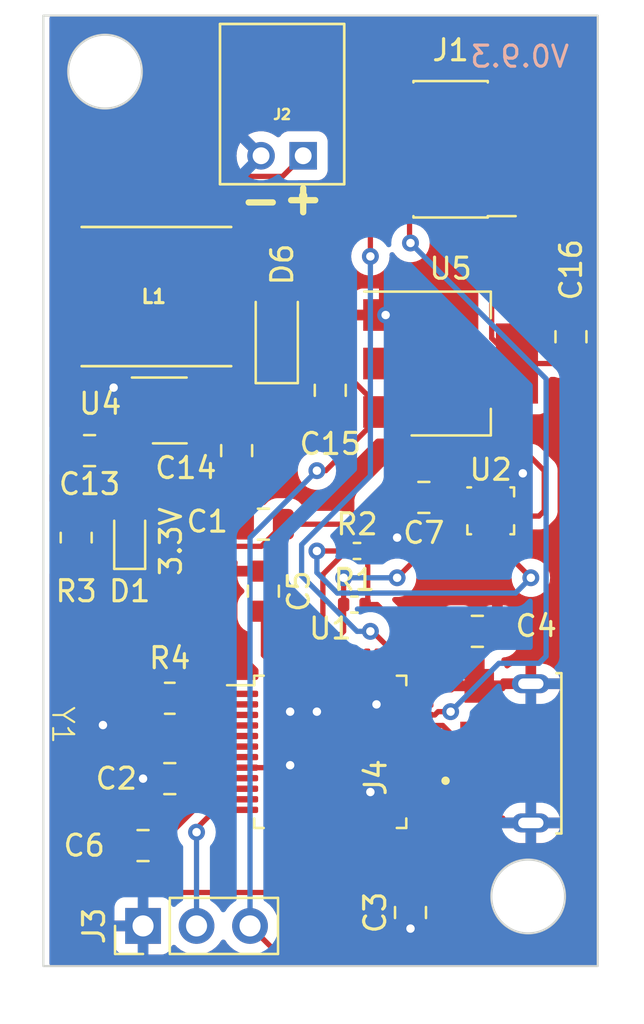
<source format=kicad_pcb>
(kicad_pcb (version 20221018) (generator pcbnew)
  (layers (0 "F.Cu" signal) (31 "B.Cu" signal) (34 "B.Paste" user) (35 "F.Paste" user) (36 "B.SilkS" user "B.Silkscreen") (37 "F.SilkS" user "F.Silkscreen") (38 "B.Mask" user) (39 "F.Mask" user) (44 "Edge.Cuts" user))
  (net 0 "")
  (net 1 "GND")
  (net 2 "+3V3")
  (net 3 "Net-(U1-NRST)")
  (net 4 "/STM_32/SWDIO")
  (net 5 "/STM_32/SWCLK")
  (net 6 "Net-(D1-A)")
  (net 7 "Net-(D6-A)")
  (net 15 "Net-(U1-PD0)")
  (net 16 "Net-(R4-Pad2)")
  (net 29 "+5V")
  (net 30 "/LED_DI")
  (net 31 "/Baro Sensor/SCL")
  (net 32 "/Baro Sensor/SDA")
  (net 46 "/Power/VIN")
  (net 48 "Net-(J4-D-)")
  (net 49 "Net-(J4-D+)")
  (net 51 "Net-(U1-PD1)")
  (footprint "Package_LGA:ST_HLGA-10_2x2mm_P0.5mm_LayoutBorder3x2y" (layer "F.Cu") (at 125.73 101.6)
    (fp_text reference "U2" (at 0 -1.95) (layer "F.SilkS"))
    (fp_text value "LPS22HB")
    (fp_line (start -1.11 1.11) (end -1.11 0.685) (stroke (width 0.12)) (layer "F.SilkS"))
    (fp_line (start -0.935 -1.11) (end -1.11 -1.11) (stroke (width 0.12)) (layer "F.SilkS"))
    (fp_line (start -0.935 1.11) (end -1.11 1.11) (stroke (width 0.12)) (layer "F.SilkS"))
    (fp_line (start 0.935 -1.11) (end 1.11 -1.11) (stroke (width 0.12)) (layer "F.SilkS"))
    (fp_line (start 0.935 1.11) (end 1.11 1.11) (stroke (width 0.12)) (layer "F.SilkS"))
    (fp_line (start 1.11 -1.11) (end 1.11 -0.685) (stroke (width 0.12)) (layer "F.SilkS"))
    (fp_line (start 1.11 1.11) (end 1.11 0.685) (stroke (width 0.12)) (layer "F.SilkS"))
    (pad "1" smd roundrect (at -0.7625 -0.25) (size 0.425 0.35) (layers "F.Cu" "F.Paste" "F.Mask") (net 2 "+3V3"))
    (pad "2" smd roundrect (at -0.7625 0.25) (size 0.425 0.35) (layers "F.Cu" "F.Paste" "F.Mask") (net 31 "/Baro Sensor/SCL"))
    (pad "3" smd roundrect (at -0.5 0.7625) (size 0.35 0.425) (layers "F.Cu" "F.Paste" "F.Mask") (net 1 "GND"))
    (pad "4" smd roundrect (at 0 0.7625) (size 0.35 0.425) (layers "F.Cu" "F.Paste" "F.Mask") (net 32 "/Baro Sensor/SDA"))
    (pad "5" smd roundrect (at 0.5 0.7625) (size 0.35 0.425) (layers "F.Cu" "F.Paste" "F.Mask") (net 1 "GND"))
    (pad "6" smd roundrect (at 0.7625 0.25) (size 0.425 0.35) (layers "F.Cu" "F.Paste" "F.Mask") (net 2 "+3V3"))
    (pad "7" smd roundrect (at 0.7625 -0.25) (size 0.425 0.35) (layers "F.Cu" "F.Paste" "F.Mask"))
    (pad "8" smd roundrect (at 0.5 -0.7625) (size 0.35 0.425) (layers "F.Cu" "F.Paste" "F.Mask") (net 1 "GND"))
    (pad "9" smd roundrect (at 0 -0.7625) (size 0.35 0.425) (layers "F.Cu" "F.Paste" "F.Mask") (net 1 "GND"))
    (pad "10" smd roundrect (at -0.5 -0.7625) (size 0.35 0.425) (layers "F.Cu" "F.Paste" "F.Mask") (net 2 "+3V3"))
  )
  (footprint "Capacitor_SMD:C_0805_2012Metric" (layer "F.Cu") (at 129.54 93.345 -90)
    (fp_text reference "C16" (at -3.175 0 -270) (layer "F.SilkS"))
    (fp_text value "10uF")
    (fp_line (start -0.261252 -0.735) (end 0.261252 -0.735) (stroke (width 0.12)) (layer "F.SilkS"))
    (fp_line (start -0.261252 0.735) (end 0.261252 0.735) (stroke (width 0.12)) (layer "F.SilkS"))
    (pad "1" smd roundrect (at -0.95 0 270) (size 1 1.45) (layers "F.Cu" "F.Paste" "F.Mask") (net 1 "GND"))
    (pad "2" smd roundrect (at 0.95 0 270) (size 1 1.45) (layers "F.Cu" "F.Paste" "F.Mask") (net 2 "+3V3"))
  )
  (footprint "Connector_PinHeader_2.54mm:PinHeader_1x03_P2.54mm_Vertical" (layer "F.Cu") (at 109.22 121.285 90)
    (fp_text reference "J3" (at 0 -2.33 90) (layer "F.SilkS"))
    (fp_text value "Conn_01x03")
    (fp_line (start -1.33 -1.33) (end 0 -1.33) (stroke (width 0.12)) (layer "F.SilkS"))
    (fp_line (start -1.33 0) (end -1.33 -1.33) (stroke (width 0.12)) (layer "F.SilkS"))
    (fp_line (start -1.33 1.27) (end -1.33 6.41) (stroke (width 0.12)) (layer "F.SilkS"))
    (fp_line (start -1.33 1.27) (end 1.33 1.27) (stroke (width 0.12)) (layer "F.SilkS"))
    (fp_line (start -1.33 6.41) (end 1.33 6.41) (stroke (width 0.12)) (layer "F.SilkS"))
    (fp_line (start 1.33 1.27) (end 1.33 6.41) (stroke (width 0.12)) (layer "F.SilkS"))
    (pad "1" thru_hole rect (at 0 0 90) (size 1.7 1.7) (drill 1) (layers "*.Cu" "*.Mask") (net 1 "GND"))
    (pad "2" thru_hole oval (at 0 2.54 90) (size 1.7 1.7) (drill 1) (layers "*.Cu" "*.Mask") (net 30 "/LED_DI"))
    (pad "3" thru_hole oval (at 0 5.08 90) (size 1.7 1.7) (drill 1) (layers "*.Cu" "*.Mask") (net 29 "+5V"))
  )
  (footprint "Package_TO_SOT_SMD:SOT-23-5" (layer "F.Cu") (at 110.49 96.84)
    (fp_text reference "U4" (at -3.302 -0.32) (layer "F.SilkS"))
    (fp_text value "RP400N501A-TR-FE")
    (fp_line (start 0 -1.56) (end -1.8 -1.56) (stroke (width 0.12)) (layer "F.SilkS"))
    (fp_line (start 0 -1.56) (end 0.8 -1.56) (stroke (width 0.12)) (layer "F.SilkS"))
    (fp_line (start 0 1.56) (end -0.8 1.56) (stroke (width 0.12)) (layer "F.SilkS"))
    (fp_line (start 0 1.56) (end 0.8 1.56) (stroke (width 0.12)) (layer "F.SilkS"))
    (pad "1" smd roundrect (at -1.1375 -0.95) (size 1.325 0.6) (layers "F.Cu" "F.Paste" "F.Mask") (net 46 "/Power/VIN"))
    (pad "2" smd roundrect (at -1.1375 0) (size 1.325 0.6) (layers "F.Cu" "F.Paste" "F.Mask") (net 1 "GND"))
    (pad "3" smd roundrect (at -1.1375 0.95) (size 1.325 0.6) (layers "F.Cu" "F.Paste" "F.Mask") (net 46 "/Power/VIN"))
    (pad "4" smd roundrect (at 1.1375 0.95) (size 1.325 0.6) (layers "F.Cu" "F.Paste" "F.Mask") (net 29 "+5V"))
    (pad "5" smd roundrect (at 1.1375 -0.95) (size 1.325 0.6) (layers "F.Cu" "F.Paste" "F.Mask") (net 7 "Net-(D6-A)"))
  )
  (footprint "Capacitor_SMD:C_0805_2012Metric" (layer "F.Cu") (at 125.095 107.315 180)
    (fp_text reference "C4" (at -2.794 0.254) (layer "F.SilkS"))
    (fp_text value "100nF")
    (fp_line (start -0.261252 -0.735) (end 0.261252 -0.735) (stroke (width 0.12)) (layer "F.SilkS"))
    (fp_line (start -0.261252 0.735) (end 0.261252 0.735) (stroke (width 0.12)) (layer "F.SilkS"))
    (pad "1" smd roundrect (at -0.95 0 180) (size 1 1.45) (layers "F.Cu" "F.Paste" "F.Mask") (net 1 "GND"))
    (pad "2" smd roundrect (at 0.95 0 180) (size 1 1.45) (layers "F.Cu" "F.Paste" "F.Mask") (net 2 "+3V3"))
  )
  (footprint "Resistor_SMD:R_0805_2012Metric" (layer "F.Cu") (at 106.045 102.87 90)
    (fp_text reference "R3" (at -2.54 0) (layer "F.SilkS"))
    (fp_text value "500" hide)
    (fp_line (start -0.227064 -0.735) (end 0.227064 -0.735) (stroke (width 0.12)) (layer "F.SilkS"))
    (fp_line (start -0.227064 0.735) (end 0.227064 0.735) (stroke (width 0.12)) (layer "F.SilkS"))
    (pad "1" smd roundrect (at -0.9125 0 90) (size 1.025 1.4) (layers "F.Cu" "F.Paste" "F.Mask") (roundrect_rratio 0.243902) (net 2 "+3V3"))
    (pad "2" smd roundrect (at 0.9125 0 90) (size 1.025 1.4) (layers "F.Cu" "F.Paste" "F.Mask") (roundrect_rratio 0.243902) (net 6 "Net-(D1-A)"))
  )
  (footprint "Capacitor_SMD:C_0805_2012Metric" (layer "F.Cu") (at 114.935 102.235)
    (fp_text reference "C1" (at -2.667 -0.127) (layer "F.SilkS"))
    (fp_text value "4.7uF")
    (fp_line (start -0.261252 -0.735) (end 0.261252 -0.735) (stroke (width 0.12)) (layer "F.SilkS"))
    (fp_line (start -0.261252 0.735) (end 0.261252 0.735) (stroke (width 0.12)) (layer "F.SilkS"))
    (pad "1" smd roundrect (at -0.95 0) (size 1 1.45) (layers "F.Cu" "F.Paste" "F.Mask") (net 1 "GND"))
    (pad "2" smd roundrect (at 0.95 0) (size 1 1.45) (layers "F.Cu" "F.Paste" "F.Mask") (net 2 "+3V3"))
  )
  (footprint "Resistor_SMD:R_0402_1005Metric" (layer "F.Cu") (at 119.255 106.045)
    (fp_text reference "R1" (at 0 -1.17) (layer "F.SilkS"))
    (fp_text value "4.7k")
    (fp_line (start -0.153641 -0.38) (end 0.153641 -0.38) (stroke (width 0.12)) (layer "F.SilkS"))
    (fp_line (start -0.153641 0.38) (end 0.153641 0.38) (stroke (width 0.12)) (layer "F.SilkS"))
    (pad "1" smd roundrect (at -0.51 0) (size 0.54 0.64) (layers "F.Cu" "F.Paste" "F.Mask") (net 31 "/Baro Sensor/SCL"))
    (pad "2" smd roundrect (at 0.51 0) (size 0.54 0.64) (layers "F.Cu" "F.Paste" "F.Mask") (net 2 "+3V3"))
  )
  (footprint "Capacitor_SMD:C_0805_2012Metric" (layer "F.Cu") (at 113.665 98.745 -90)
    (fp_text reference "C14" (at 0.823 2.413) (layer "F.SilkS"))
    (fp_text value "10uF")
    (fp_line (start -0.261252 -0.735) (end 0.261252 -0.735) (stroke (width 0.12)) (layer "F.SilkS"))
    (fp_line (start -0.261252 0.735) (end 0.261252 0.735) (stroke (width 0.12)) (layer "F.SilkS"))
    (pad "1" smd roundrect (at -0.95 0 270) (size 1 1.45) (layers "F.Cu" "F.Paste" "F.Mask") (net 29 "+5V"))
    (pad "2" smd roundrect (at 0.95 0 270) (size 1 1.45) (layers "F.Cu" "F.Paste" "F.Mask") (net 1 "GND"))
  )
  (footprint "Resistor_SMD:R_0402_1005Metric" (layer "F.Cu") (at 119.38 103.505)
    (fp_text reference "R2" (at 0 -1.27) (layer "F.SilkS"))
    (fp_text value "4.7k")
    (fp_line (start -0.153641 -0.38) (end 0.153641 -0.38) (stroke (width 0.12)) (layer "F.SilkS"))
    (fp_line (start -0.153641 0.38) (end 0.153641 0.38) (stroke (width 0.12)) (layer "F.SilkS"))
    (pad "1" smd roundrect (at -0.51 0) (size 0.54 0.64) (layers "F.Cu" "F.Paste" "F.Mask") (net 32 "/Baro Sensor/SDA"))
    (pad "2" smd roundrect (at 0.51 0) (size 0.54 0.64) (layers "F.Cu" "F.Paste" "F.Mask") (net 2 "+3V3"))
  )
  (footprint "Resistor_SMD:R_0805_2012Metric" (layer "F.Cu") (at 110.49 110.49 180)
    (fp_text reference "R4" (at 0 1.905) (layer "F.SilkS"))
    (fp_text value "1M")
    (fp_line (start -0.227064 -0.735) (end 0.227064 -0.735) (stroke (width 0.12)) (layer "F.SilkS"))
    (fp_line (start -0.227064 0.735) (end 0.227064 0.735) (stroke (width 0.12)) (layer "F.SilkS"))
    (pad "1" smd roundrect (at -0.9125 0 180) (size 1.025 1.4) (layers "F.Cu" "F.Paste" "F.Mask") (roundrect_rratio 0.243902) (net 15 "Net-(U1-PD0)"))
    (pad "2" smd roundrect (at 0.9125 0 180) (size 1.025 1.4) (layers "F.Cu" "F.Paste" "F.Mask") (roundrect_rratio 0.243902) (net 16 "Net-(R4-Pad2)"))
  )
  (footprint "Capacitor_SMD:C_0805_2012Metric" (layer "F.Cu") (at 110.49 114.3 180)
    (fp_text reference "C2" (at 2.54 0) (layer "F.SilkS"))
    (fp_text value "100nF")
    (fp_line (start -0.261252 -0.735) (end 0.261252 -0.735) (stroke (width 0.12)) (layer "F.SilkS"))
    (fp_line (start -0.261252 0.735) (end 0.261252 0.735) (stroke (width 0.12)) (layer "F.SilkS"))
    (pad "1" smd roundrect (at -0.95 0 180) (size 1 1.45) (layers "F.Cu" "F.Paste" "F.Mask") (net 3 "Net-(U1-NRST)"))
    (pad "2" smd roundrect (at 0.95 0 180) (size 1 1.45) (layers "F.Cu" "F.Paste" "F.Mask") (net 1 "GND"))
  )
  (footprint "Diode_SMD:D_0603_1608Metric" (layer "F.Cu") (at 108.585 102.87 90)
    (fp_text reference "D1" (at -2.54 0) (layer "F.SilkS"))
    (fp_text value "LED" hide)
    (fp_line (start -1.485 -0.735) (end -1.485 0.735) (stroke (width 0.12)) (layer "F.SilkS"))
    (fp_line (start -1.485 0.735) (end 0.8 0.735) (stroke (width 0.12)) (layer "F.SilkS"))
    (fp_line (start 0.8 -0.735) (end -1.485 -0.735) (stroke (width 0.12)) (layer "F.SilkS"))
    (pad "1" smd roundrect (at -0.7875 0 90) (size 0.875 0.95) (layers "F.Cu" "F.Paste" "F.Mask") (net 1 "GND"))
    (pad "2" smd roundrect (at 0.7875 0 90) (size 0.875 0.95) (layers "F.Cu" "F.Paste" "F.Mask") (net 6 "Net-(D1-A)"))
  )
  (footprint "S2B-PH-K-S(LF)(SN) 2mm JST Connector:JST_S2B-PH-K-S(LF)(SN)" (layer "F.Cu") (at 115.824 84.7625 180)
    (fp_text reference "J2" (at 0 1.9585) (layer "F.SilkS") (effects (font (size 0.48 0.48))))
    (fp_text value "Battery JST Connector")
    (fp_line (start -2.95 -1.35) (end 2.95 -1.35) (stroke (width 0.127)) (layer "F.SilkS"))
    (fp_line (start -2.95 6.25) (end -2.95 -1.35) (stroke (width 0.127)) (layer "F.SilkS"))
    (fp_line (start 2.95 -1.35) (end 2.95 6.25) (stroke (width 0.127)) (layer "F.SilkS"))
    (fp_line (start 2.95 6.25) (end -2.95 6.25) (stroke (width 0.127)) (layer "F.SilkS"))
    (fp_circle (center -1 -1.9) (end -0.9 -1.9) (stroke (width 0.2)) (fill none) (layer "F.SilkS"))
    (pad "1" thru_hole rect (at -1 0 180) (size 1.308 1.308) (drill 0.8) (layers "*.Cu" "*.Mask") (net 46 "/Power/VIN"))
    (pad "2" thru_hole circle (at 1 0 180) (size 1.308 1.308) (drill 0.8) (layers "*.Cu" "*.Mask") (net 1 "GND"))
  )
  (footprint "Capacitor_SMD:C_0805_2012Metric" (layer "F.Cu") (at 106.68 98.745 180)
    (fp_text reference "C13" (at 0 -1.585) (layer "F.SilkS"))
    (fp_text value "10uF")
    (fp_line (start -0.261252 -0.735) (end 0.261252 -0.735) (stroke (width 0.12)) (layer "F.SilkS"))
    (fp_line (start -0.261252 0.735) (end 0.261252 0.735) (stroke (width 0.12)) (layer "F.SilkS"))
    (pad "1" smd roundrect (at -0.95 0 180) (size 1 1.45) (layers "F.Cu" "F.Paste" "F.Mask") (net 46 "/Power/VIN"))
    (pad "2" smd roundrect (at 0.95 0 180) (size 1 1.45) (layers "F.Cu" "F.Paste" "F.Mask") (net 1 "GND"))
  )
  (footprint "Capacitor_SMD:C_0805_2012Metric" (layer "F.Cu") (at 109.22 117.475)
    (fp_text reference "C6" (at -2.794 0) (layer "F.SilkS"))
    (fp_text value "100nF")
    (fp_line (start -0.261252 -0.735) (end 0.261252 -0.735) (stroke (width 0.12)) (layer "F.SilkS"))
    (fp_line (start -0.261252 0.735) (end 0.261252 0.735) (stroke (width 0.12)) (layer "F.SilkS"))
    (pad "1" smd roundrect (at -0.95 0) (size 1 1.45) (layers "F.Cu" "F.Paste" "F.Mask") (net 1 "GND"))
    (pad "2" smd roundrect (at 0.95 0) (size 1 1.45) (layers "F.Cu" "F.Paste" "F.Mask") (net 2 "+3V3"))
  )
  (footprint "ASPI-0630LR-100M-T15 10uH inductor:IND_ASPI-0630LR-100M-T15" (layer "F.Cu") (at 109.855 91.44)
    (fp_text reference "L1" (at -0.127 0) (layer "F.SilkS") (effects (font (size 0.64 0.64))))
    (fp_text value "10uH")
    (fp_line (start -3.55 -3.3) (end 3.55 -3.3) (stroke (width 0.127)) (layer "F.SilkS"))
    (fp_line (start -3.55 3.3) (end 3.55 3.3) (stroke (width 0.127)) (layer "F.SilkS"))
    (pad "1" smd rect (at -3.025 0) (size 2.35 3.5) (layers "F.Cu" "F.Paste" "F.Mask") (net 46 "/Power/VIN"))
    (pad "2" smd rect (at 3.025 0) (size 2.35 3.5) (layers "F.Cu" "F.Paste" "F.Mask") (net 7 "Net-(D6-A)"))
  )
  (footprint "Capacitor_SMD:C_0805_2012Metric" (layer "F.Cu") (at 118.11 95.885 -90)
    (fp_text reference "C15" (at 2.54 0) (layer "F.SilkS"))
    (fp_text value "100nF")
    (fp_line (start -0.261252 -0.735) (end 0.261252 -0.735) (stroke (width 0.12)) (layer "F.SilkS"))
    (fp_line (start -0.261252 0.735) (end 0.261252 0.735) (stroke (width 0.12)) (layer "F.SilkS"))
    (pad "1" smd roundrect (at -0.95 0 270) (size 1 1.45) (layers "F.Cu" "F.Paste" "F.Mask") (net 29 "+5V"))
    (pad "2" smd roundrect (at 0.95 0 270) (size 1 1.45) (layers "F.Cu" "F.Paste" "F.Mask") (net 1 "GND"))
  )
  (footprint "Capacitor_SMD:C_0805_2012Metric" (layer "F.Cu") (at 114.935 105.41 -90)
    (fp_text reference "C5" (at 0 -1.68 90) (layer "F.SilkS"))
    (fp_text value "100nF")
    (fp_line (start -0.261252 -0.735) (end 0.261252 -0.735) (stroke (width 0.12)) (layer "F.SilkS"))
    (fp_line (start -0.261252 0.735) (end 0.261252 0.735) (stroke (width 0.12)) (layer "F.SilkS"))
    (pad "1" smd roundrect (at -0.95 0 270) (size 1 1.45) (layers "F.Cu" "F.Paste" "F.Mask") (net 1 "GND"))
    (pad "2" smd roundrect (at 0.95 0 270) (size 1 1.45) (layers "F.Cu" "F.Paste" "F.Mask") (net 2 "+3V3"))
  )
  (footprint "Package_QFP:LQFP-48_7x7mm_P0.5mm" (layer "F.Cu") (at 118.11 113.03)
    (fp_text reference "U1" (at 0 -5.85) (layer "F.SilkS"))
    (fp_text value "STM32F103C8Tx")
    (fp_line (start -3.61 -3.61) (end -3.61 -3.16) (stroke (width 0.12)) (layer "F.SilkS"))
    (fp_line (start -3.61 -3.16) (end -4.9 -3.16) (stroke (width 0.12)) (layer "F.SilkS"))
    (fp_line (start -3.61 3.61) (end -3.61 3.16) (stroke (width 0.12)) (layer "F.SilkS"))
    (fp_line (start -3.16 -3.61) (end -3.61 -3.61) (stroke (width 0.12)) (layer "F.SilkS"))
    (fp_line (start -3.16 3.61) (end -3.61 3.61) (stroke (width 0.12)) (layer "F.SilkS"))
    (fp_line (start 3.16 -3.61) (end 3.61 -3.61) (stroke (width 0.12)) (layer "F.SilkS"))
    (fp_line (start 3.16 3.61) (end 3.61 3.61) (stroke (width 0.12)) (layer "F.SilkS"))
    (fp_line (start 3.61 -3.61) (end 3.61 -3.16) (stroke (width 0.12)) (layer "F.SilkS"))
    (fp_line (start 3.61 3.61) (end 3.61 3.16) (stroke (width 0.12)) (layer "F.SilkS"))
    (pad "1" smd roundrect (at -4.1625 -2.75) (size 1.475 0.3) (layers "F.Cu" "F.Paste" "F.Mask"))
    (pad "2" smd roundrect (at -4.1625 -2.25) (size 1.475 0.3) (layers "F.Cu" "F.Paste" "F.Mask"))
    (pad "3" smd roundrect (at -4.1625 -1.75) (size 1.475 0.3) (layers "F.Cu" "F.Paste" "F.Mask"))
    (pad "4" smd roundrect (at -4.1625 -1.25) (size 1.475 0.3) (layers "F.Cu" "F.Paste" "F.Mask"))
    (pad "5" smd roundrect (at -4.1625 -0.75) (size 1.475 0.3) (layers "F.Cu" "F.Paste" "F.Mask") (net 15 "Net-(U1-PD0)"))
    (pad "6" smd roundrect (at -4.1625 -0.25) (size 1.475 0.3) (layers "F.Cu" "F.Paste" "F.Mask") (net 51 "Net-(U1-PD1)"))
    (pad "7" smd roundrect (at -4.1625 0.25) (size 1.475 0.3) (layers "F.Cu" "F.Paste" "F.Mask") (net 3 "Net-(U1-NRST)"))
    (pad "8" smd roundrect (at -4.1625 0.75) (size 1.475 0.3) (layers "F.Cu" "F.Paste" "F.Mask") (net 1 "GND"))
    (pad "9" smd roundrect (at -4.1625 1.25) (size 1.475 0.3) (layers "F.Cu" "F.Paste" "F.Mask") (net 2 "+3V3"))
    (pad "10" smd roundrect (at -4.1625 1.75) (size 1.475 0.3) (layers "F.Cu" "F.Paste" "F.Mask"))
    (pad "11" smd roundrect (at -4.1625 2.25) (size 1.475 0.3) (layers "F.Cu" "F.Paste" "F.Mask") (net 30 "/LED_DI"))
    (pad "12" smd roundrect (at -4.1625 2.75) (size 1.475 0.3) (layers "F.Cu" "F.Paste" "F.Mask"))
    (pad "13" smd roundrect (at -2.75 4.1625) (size 0.3 1.475) (layers "F.Cu" "F.Paste" "F.Mask"))
    (pad "14" smd roundrect (at -2.25 4.1625) (size 0.3 1.475) (layers "F.Cu" "F.Paste" "F.Mask"))
    (pad "15" smd roundrect (at -1.75 4.1625) (size 0.3 1.475) (layers "F.Cu" "F.Paste" "F.Mask"))
    (pad "16" smd roundrect (at -1.25 4.1625) (size 0.3 1.475) (layers "F.Cu" "F.Paste" "F.Mask"))
    (pad "17" smd roundrect (at -0.75 4.1625) (size 0.3 1.475) (layers "F.Cu" "F.Paste" "F.Mask"))
    (pad "18" smd roundrect (at -0.25 4.1625) (size 0.3 1.475) (layers "F.Cu" "F.Paste" "F.Mask"))
    (pad "19" smd roundrect (at 0.25 4.1625) (size 0.3 1.475) (layers "F.Cu" "F.Paste" "F.Mask"))
    (pad "20" smd roundrect (at 0.75 4.1625) (size 0.3 1.475) (layers "F.Cu" "F.Paste" "F.Mask"))
    (pad "21" smd roundrect (at 1.25 4.1625) (size 0.3 1.475) (layers "F.Cu" "F.Paste" "F.Mask"))
    (pad "22" smd roundrect (at 1.75 4.1625) (size 0.3 1.475) (layers "F.Cu" "F.Paste" "F.Mask"))
    (pad "23" smd roundrect (at 2.25 4.1625) (size 0.3 1.475) (layers "F.Cu" "F.Paste" "F.Mask") (net 1 "GND"))
    (pad "24" smd roundrect (at 2.75 4.1625) (size 0.3 1.475) (layers "F.Cu" "F.Paste" "F.Mask") (net 2 "+3V3"))
    (pad "25" smd roundrect (at 4.1625 2.75) (size 1.475 0.3) (layers "F.Cu" "F.Paste" "F.Mask"))
    (pad "26" smd roundrect (at 4.1625 2.25) (size 1.475 0.3) (layers "F.Cu" "F.Paste" "F.Mask"))
    (pad "27" smd roundrect (at 4.1625 1.75) (size 1.475 0.3) (layers "F.Cu" "F.Paste" "F.Mask"))
    (pad "28" smd roundrect (at 4.1625 1.25) (size 1.475 0.3) (layers "F.Cu" "F.Paste" "F.Mask"))
    (pad "29" smd roundrect (at 4.1625 0.75) (size 1.475 0.3) (layers "F.Cu" "F.Paste" "F.Mask"))
    (pad "30" smd roundrect (at 4.1625 0.25) (size 1.475 0.3) (layers "F.Cu" "F.Paste" "F.Mask"))
    (pad "31" smd roundrect (at 4.1625 -0.25) (size 1.475 0.3) (layers "F.Cu" "F.Paste" "F.Mask"))
    (pad "32" smd roundrect (at 4.1625 -0.75) (size 1.475 0.3) (layers "F.Cu" "F.Paste" "F.Mask") (net 48 "Net-(J4-D-)"))
    (pad "33" smd roundrect (at 4.1625 -1.25) (size 1.475 0.3) (layers "F.Cu" "F.Paste" "F.Mask") (net 49 "Net-(J4-D+)"))
    (pad "34" smd roundrect (at 4.1625 -1.75) (size 1.475 0.3) (layers "F.Cu" "F.Paste" "F.Mask") (net 4 "/STM_32/SWDIO"))
    (pad "35" smd roundrect (at 4.1625 -2.25) (size 1.475 0.3) (layers "F.Cu" "F.Paste" "F.Mask") (net 1 "GND"))
    (pad "36" smd roundrect (at 4.1625 -2.75) (size 1.475 0.3) (layers "F.Cu" "F.Paste" "F.Mask") (net 2 "+3V3"))
    (pad "37" smd roundrect (at 2.75 -4.1625) (size 0.3 1.475) (layers "F.Cu" "F.Paste" "F.Mask") (net 5 "/STM_32/SWCLK"))
    (pad "38" smd roundrect (at 2.25 -4.1625) (size 0.3 1.475) (layers "F.Cu" "F.Paste" "F.Mask"))
    (pad "39" smd roundrect (at 1.75 -4.1625) (size 0.3 1.475) (layers "F.Cu" "F.Paste" "F.Mask"))
    (pad "40" smd roundrect (at 1.25 -4.1625) (size 0.3 1.475) (layers "F.Cu" "F.Paste" "F.Mask"))
    (pad "41" smd roundrect (at 0.75 -4.1625) (size 0.3 1.475) (layers "F.Cu" "F.Paste" "F.Mask"))
    (pad "42" smd roundrect (at 0.25 -4.1625) (size 0.3 1.475) (layers "F.Cu" "F.Paste" "F.Mask") (net 31 "/Baro Sensor/SCL"))
    (pad "43" smd roundrect (at -0.25 -4.1625) (size 0.3 1.475) (layers "F.Cu" "F.Paste" "F.Mask") (net 32 "/Baro Sensor/SDA"))
    (pad "44" smd roundrect (at -0.75 -4.1625) (size 0.3 1.475) (layers "F.Cu" "F.Paste" "F.Mask") (net 1 "GND"))
    (pad "45" smd roundrect (at -1.25 -4.1625) (size 0.3 1.475) (layers "F.Cu" "F.Paste" "F.Mask"))
    (pad "46" smd roundrect (at -1.75 -4.1625) (size 0.3 1.475) (layers "F.Cu" "F.Paste" "F.Mask"))
    (pad "47" smd roundrect (at -2.25 -4.1625) (size 0.3 1.475) (layers "F.Cu" "F.Paste" "F.Mask") (net 1 "GND"))
    (pad "48" smd roundrect (at -2.75 -4.1625) (size 0.3 1.475) (layers "F.Cu" "F.Paste" "F.Mask") (net 2 "+3V3"))
  )
  (footprint "Micro USB Port:AMPHENOL_10118193-0001LF" (layer "F.Cu") (at 127.635 113.1 90)
    (fp_text reference "J4" (at -1.145 -7.375 90) (layer "F.SilkS"))
    (fp_text value "10118193-0001LF")
    (fp_line (start -3.8 1.45) (end -3.8 1.22) (stroke (width 0.127)) (layer "F.SilkS"))
    (fp_line (start -3.8 1.45) (end 3.8 1.45) (stroke (width 0.127)) (layer "F.SilkS"))
    (fp_line (start 3.8 1.45) (end 3.8 1.22) (stroke (width 0.127)) (layer "F.SilkS"))
    (fp_circle (center -1.3 -4.05) (end -1.2 -4.05) (stroke (width 0.2)) (fill none) (layer "F.SilkS"))
    (pad "1" smd rect (at -1.3 -2.675 90) (size 0.4 1.35) (layers "F.Cu" "F.Paste" "F.Mask") (net 29 "+5V"))
    (pad "2" smd rect (at -0.65 -2.675 90) (size 0.4 1.35) (layers "F.Cu" "F.Paste" "F.Mask") (net 48 "Net-(J4-D-)"))
    (pad "3" smd rect (at 0 -2.675 90) (size 0.4 1.35) (layers "F.Cu" "F.Paste" "F.Mask") (net 49 "Net-(J4-D+)"))
    (pad "4" smd rect (at 0.65 -2.675 90) (size 0.4 1.35) (layers "F.Cu" "F.Paste" "F.Mask"))
    (pad "5" smd rect (at 1.3 -2.675 90) (size 0.4 1.35) (layers "F.Cu" "F.Paste" "F.Mask") (net 1 "GND"))
    (pad "S1" smd rect (at -3.2 -2.45 90) (size 1.6 1.4) (layers "F.Cu" "F.Paste" "F.Mask") (net 1 "GND"))
    (pad "S2" smd rect (at 3.2 -2.45 90) (size 1.6 1.4) (layers "F.Cu" "F.Paste" "F.Mask") (net 1 "GND"))
    (pad "S3" smd rect (at 1.2 0 90) (size 1.9 1.9) (layers "F.Cu" "F.Paste" "F.Mask") (net 1 "GND"))
    (pad "S4" smd rect (at -1.2 0 90) (size 1.9 1.9) (layers "F.Cu" "F.Paste" "F.Mask") (net 1 "GND"))
    (pad "S5" thru_hole oval (at -3.3 0 90) (size 0.9 1.8) (drill oval 0.5 1.2) (layers "*.Cu" "*.Mask") (net 1 "GND"))
    (pad "S6" thru_hole oval (at 3.3 0 90) (size 0.9 1.8) (drill oval 0.5 1.2) (layers "*.Cu" "*.Mask") (net 1 "GND"))
  )
  (footprint "Connector_PinHeader_1.27mm:PinHeader_2x05_P1.27mm_Vertical_SMD" (layer "F.Cu") (at 123.825 84.455 180)
    (fp_text reference "J1" (at 0 4.699) (layer "F.SilkS"))
    (fp_text value "Conn_ARM_JTAG_SWD_10")
    (fp_line (start -3.09 -3.17) (end -1.765 -3.17) (stroke (width 0.12)) (layer "F.SilkS"))
    (fp_line (start -1.765 -3.235) (end -1.765 -3.17) (stroke (width 0.12)) (layer "F.SilkS"))
    (fp_line (start -1.765 -3.235) (end 1.765 -3.235) (stroke (width 0.12)) (layer "F.SilkS"))
    (fp_line (start -1.765 3.17) (end -1.765 3.235) (stroke (width 0.12)) (layer "F.SilkS"))
    (fp_line (start -1.765 3.235) (end 1.765 3.235) (stroke (width 0.12)) (layer "F.SilkS"))
    (fp_line (start 1.765 -3.235) (end 1.765 -3.17) (stroke (width 0.12)) (layer "F.SilkS"))
    (fp_line (start 1.765 3.17) (end 1.765 3.235) (stroke (width 0.12)) (layer "F.SilkS"))
    (pad "1" smd rect (at -1.95 -2.54 180) (size 2.4 0.74) (layers "F.Cu" "F.Paste" "F.Mask") (net 2 "+3V3"))
    (pad "2" smd rect (at 1.95 -2.54 180) (size 2.4 0.74) (layers "F.Cu" "F.Paste" "F.Mask") (net 4 "/STM_32/SWDIO"))
    (pad "3" smd rect (at -1.95 -1.27 180) (size 2.4 0.74) (layers "F.Cu" "F.Paste" "F.Mask") (net 1 "GND"))
    (pad "4" smd rect (at 1.95 -1.27 180) (size 2.4 0.74) (layers "F.Cu" "F.Paste" "F.Mask") (net 5 "/STM_32/SWCLK"))
    (pad "5" smd rect (at -1.95 0 180) (size 2.4 0.74) (layers "F.Cu" "F.Paste" "F.Mask") (net 1 "GND"))
    (pad "6" smd rect (at 1.95 0 180) (size 2.4 0.74) (layers "F.Cu" "F.Paste" "F.Mask"))
    (pad "7" smd rect (at -1.95 1.27 180) (size 2.4 0.74) (layers "F.Cu" "F.Paste" "F.Mask"))
    (pad "8" smd rect (at 1.95 1.27 180) (size 2.4 0.74) (layers "F.Cu" "F.Paste" "F.Mask"))
    (pad "9" smd rect (at -1.95 2.54 180) (size 2.4 0.74) (layers "F.Cu" "F.Paste" "F.Mask") (net 1 "GND"))
    (pad "10" smd rect (at 1.95 2.54 180) (size 2.4 0.74) (layers "F.Cu" "F.Paste" "F.Mask") (net 1 "GND"))
  )
  (footprint "Diode_SMD:D_SOD-123F" (layer "F.Cu") (at 115.57 93.345 90)
    (fp_text reference "D6" (at 3.429 0.254 90) (layer "F.SilkS"))
    (fp_text value "D_Schottky")
    (fp_line (start -2.2 -1) (end -2.2 1) (stroke (width 0.12)) (layer "F.SilkS"))
    (fp_line (start -2.2 -1) (end 1.65 -1) (stroke (width 0.12)) (layer "F.SilkS"))
    (fp_line (start -2.2 1) (end 1.65 1) (stroke (width 0.12)) (layer "F.SilkS"))
    (pad "1" smd rect (at -1.4 0 90) (size 1.1 1.1) (layers "F.Cu" "F.Paste" "F.Mask") (net 29 "+5V"))
    (pad "2" smd rect (at 1.4 0 90) (size 1.1 1.1) (layers "F.Cu" "F.Paste" "F.Mask") (net 7 "Net-(D6-A)"))
  )
  (footprint "Package_TO_SOT_SMD:SOT-223" (layer "F.Cu") (at 123.825 94.615)
    (fp_text reference "U5" (at 0 -4.5) (layer "F.SilkS"))
    (fp_text value "LDL1117S33R")
    (fp_line (start -4.1 -3.41) (end 1.91 -3.41) (stroke (width 0.12)) (layer "F.SilkS"))
    (fp_line (start -1.85 3.41) (end 1.91 3.41) (stroke (width 0.12)) (layer "F.SilkS"))
    (fp_line (start 1.91 -3.41) (end 1.91 -2.15) (stroke (width 0.12)) (layer "F.SilkS"))
    (fp_line (start 1.91 3.41) (end 1.91 2.15) (stroke (width 0.12)) (layer "F.SilkS"))
    (pad "1" smd rect (at -3.15 -2.3) (size 2 1.5) (layers "F.Cu" "F.Paste" "F.Mask") (net 1 "GND"))
    (pad "2" smd rect (at -3.15 0) (size 2 1.5) (layers "F.Cu" "F.Paste" "F.Mask") (net 2 "+3V3"))
    (pad "3" smd rect (at -3.15 2.3) (size 2 1.5) (layers "F.Cu" "F.Paste" "F.Mask") (net 29 "+5V"))
    (pad "4" smd rect (at 3.15 0) (size 2 3.8) (layers "F.Cu" "F.Paste" "F.Mask") (net 2 "+3V3"))
  )
  (footprint "Capacitor_SMD:C_0805_2012Metric" (layer "F.Cu") (at 121.92 120.65 90)
    (fp_text reference "C3" (at 0 -1.68 90) (layer "F.SilkS"))
    (fp_text value "100nF")
    (fp_line (start -0.261252 -0.735) (end 0.261252 -0.735) (stroke (width 0.12)) (layer "F.SilkS"))
    (fp_line (start -0.261252 0.735) (end 0.261252 0.735) (stroke (width 0.12)) (layer "F.SilkS"))
    (pad "1" smd roundrect (at -0.95 0 90) (size 1 1.45) (layers "F.Cu" "F.Paste" "F.Mask") (net 1 "GND"))
    (pad "2" smd roundrect (at 0.95 0 90) (size 1 1.45) (layers "F.Cu" "F.Paste" "F.Mask") (net 2 "+3V3"))
  )
  (footprint "Capacitor_SMD:C_0805_2012Metric" (layer "F.Cu") (at 122.555 100.965 180)
    (fp_text reference "C7" (at 0 -1.68) (layer "F.SilkS"))
    (fp_text value "100nF")
    (fp_line (start -0.261252 -0.735) (end 0.261252 -0.735) (stroke (width 0.12)) (layer "F.SilkS"))
    (fp_line (start -0.261252 0.735) (end 0.261252 0.735) (stroke (width 0.12)) (layer "F.SilkS"))
    (pad "1" smd roundrect (at -0.95 0 180) (size 1 1.45) (layers "F.Cu" "F.Paste" "F.Mask") (net 2 "+3V3"))
    (pad "2" smd roundrect (at 0.95 0 180) (size 1 1.45) (layers "F.Cu" "F.Paste" "F.Mask") (net 1 "GND"))
  )
  (footprint "JGC42-8828A_CSTNE10M0G550000R0:JGC42-8828A_CSTNE10M0G550000R0" (layer "F.Cu") (at 107.315 111.69 -90)
    (fp_text reference "Y1" (at 0.07 1.905 -90 unlocked) (layer "F.SilkS") (effects (font (thickness 0.1))))
    (fp_text value "Resonator")
    (pad "1" smd rect (at -1.2 0 270) (size 0.4 1.9) (layers "F.Cu" "F.Paste" "F.Mask") (net 16 "Net-(R4-Pad2)"))
    (pad "2" smd rect (at 0 0 270) (size 0.4 1.9) (layers "F.Cu" "F.Paste" "F.Mask") (net 1 "GND"))
    (pad "3" smd rect (at 1.2 0 270) (size 0.4 1.9) (layers "F.Cu" "F.Paste" "F.Mask") (net 51 "Net-(U1-PD1)"))
  )
  (gr_rect (start 104.485 78.115) (end 130.81 123.19) (stroke (width 0.1)) (fill none) (layer "Edge.Cuts"))
  (gr_circle (center 107.414 80.772) (end 109.164 80.772) (stroke (width 0.1)) (fill none) (layer "Edge.Cuts"))
  (gr_circle (center 127.508 119.888) (end 129.258 119.888) (stroke (width 0.1)) (fill none) (layer "Edge.Cuts"))
  (gr_text "V0.9.3" (at 129.54 80.645) (layer "B.SilkS") (effects (font (size 1 1)) (justify left bottom mirror)))
  (gr_text "-" (at 114.808 86.868) (layer "F.SilkS") (effects (font (size 1.5 1.5) (thickness 0.3))))
  (gr_text "3.3V" (at 111.125 104.775 90) (layer "F.SilkS") (effects (font (size 1 1)) (justify left bottom)))
  (gr_text "+" (at 116.824 86.7625) (layer "F.SilkS") (effects (font (size 1.5 1.5) (thickness 0.3))))
  (segment (start 120.36 115.28) (end 120.015 114.935) (width 0.25) (layer "F.Cu") (net 1))
  (segment (start 126.2385 100.8375) (end 127.254 99.822) (width 0.25) (layer "F.Cu") (net 1))
  (segment (start 122.2725 110.78) (end 120.305 110.78) (width 0.25) (layer "F.Cu") (net 1))
  (segment (start 125.73 100.8375) (end 126.23 100.8375) (width 0.25) (layer "F.Cu") (net 1))
  (segment (start 115.86 110.78) (end 116.205 111.125) (width 0.25) (layer "F.Cu") (net 1))
  (segment (start 108.905 96.84) (end 107.823 95.758) (width 0.25) (layer "F.Cu") (net 1))
  (segment (start 117.36 111.01) (end 117.475 111.125) (width 0.25) (layer "F.Cu") (net 1))
  (segment (start 125.23 102.3625) (end 125.23 102.735) (width 0.25) (layer "F.Cu") (net 1))
  (segment (start 117.36 108.8675) (end 117.36 111.01) (width 0.25) (layer "F.Cu") (net 1))
  (segment (start 120.36 117.1925) (end 120.36 115.28) (width 0.25) (layer "F.Cu") (net 1))
  (segment (start 126.23 100.8375) (end 126.2385 100.8375) (width 0.25) (layer "F.Cu") (net 1))
  (segment (start 115.86 108.8675) (end 115.86 110.78) (width 0.25) (layer "F.Cu") (net 1))
  (segment (start 125.23 102.735) (end 124.46 103.505) (width 0.25) (layer "F.Cu") (net 1))
  (segment (start 127.1275 102.3625) (end 127.635 102.87) (width 0.25) (layer "F.Cu") (net 1))
  (segment (start 116.09 113.78) (end 116.205 113.665) (width 0.25) (layer "F.Cu") (net 1))
  (segment (start 126.23 102.3625) (end 127.1275 102.3625) (width 0.25) (layer "F.Cu") (net 1))
  (segment (start 113.9475 113.78) (end 116.09 113.78) (width 0.25) (layer "F.Cu") (net 1))
  (segment (start 109.3525 96.84) (end 108.905 96.84) (width 0.25) (layer "F.Cu") (net 1))
  (via (at 117.475 111.125) (size 0.8) (drill 0.4) (layers "F.Cu" "B.Cu") (net 1))
  (via (at 120.305 110.78) (size 0.8) (drill 0.4) (layers "F.Cu" "B.Cu") (net 1))
  (via (at 107.315 111.76) (size 0.8) (drill 0.4) (layers "F.Cu" "B.Cu") (net 1))
  (via (at 107.823 95.758) (size 0.8) (drill 0.4) (layers "F.Cu" "B.Cu") (net 1))
  (via (at 127.254 99.822) (size 0.8) (drill 0.4) (layers "F.Cu" "B.Cu") (net 1))
  (via (at 120.7395 92.315) (size 0.8) (drill 0.4) (layers "F.Cu" "B.Cu") (net 1))
  (via (at 116.205 111.125) (size 0.8) (drill 0.4) (layers "F.Cu" "B.Cu") (net 1))
  (via (at 116.205 113.665) (size 0.8) (drill 0.4) (layers "F.Cu" "B.Cu") (net 1))
  (via (at 109.22 114.3) (size 0.8) (drill 0.4) (layers "F.Cu" "B.Cu") (net 1))
  (via (at 121.285 102.87) (size 0.8) (drill 0.4) (layers "F.Cu" "B.Cu") (net 1))
  (via (at 120.015 114.935) (size 0.8) (drill 0.4) (layers "F.Cu" "B.Cu") (net 1))
  (via (at 121.92 121.412) (size 0.8) (drill 0.4) (layers "F.Cu" "B.Cu") (net 1))
  (segment (start 123.43 92.315) (end 127.254 96.139) (width 0.25) (layer "B.Cu") (net 1))
  (segment (start 120.7395 92.315) (end 123.43 92.315) (width 0.25) (layer "B.Cu") (net 1))
  (segment (start 127.254 96.139) (end 127.254 99.822) (width 0.25) (layer "B.Cu") (net 1))
  (segment (start 128.27 101.6) (end 128.27 99.695) (width 0.25) (layer "F.Cu") (net 2))
  (segment (start 114.935 108.4425) (end 115.36 108.8675) (width 0.25) (layer "F.Cu") (net 2))
  (segment (start 108.27 119.7) (end 106.045 117.475) (width 0.25) (layer "F.Cu") (net 2))
  (segment (start 109.22 119.7) (end 108.27 119.7) (width 0.25) (layer "F.Cu") (net 2))
  (segment (start 120.86 117.1925) (end 120.86 118.64) (width 0.25) (layer "F.Cu") (net 2))
  (segment (start 128.27 99.695) (end 127.635 99.06) (width 0.25) (layer "F.Cu") (net 2))
  (segment (start 106.045 112.395) (end 106.045 109.855) (width 0.25) (layer "F.Cu") (net 2))
  (segment (start 107.315 108.585) (end 112.61548 103.28452) (width 0.25) (layer "F.Cu") (net 2))
  (segment (start 119.765 106.045) (end 120.335 106.045) (width 0.25) (layer "F.Cu") (net 2))
  (segment (start 115.885 102.235) (end 115.98452 102.33452) (width 0.25) (layer "F.Cu") (net 2))
  (segment (start 120.335 106.045) (end 121.605 107.315) (width 0.25) (layer "F.Cu") (net 2))
  (segment (start 115.98452 102.33452) (end 115.98452 105.31048) (width 0.25) (layer "F.Cu") (net 2))
  (segment (start 121.651827 99.38) (end 119.89 101.141827) (width 0.25) (layer "F.Cu") (net 2))
  (segment (start 126.975 94.615) (end 126.975 95.91) (width 0.25) (layer "F.Cu") (net 2))
  (segment (start 115.98452 105.31048) (end 114.935 106.36) (width 0.25) (layer "F.Cu") (net 2))
  (segment (start 113.9475 114.28) (end 113.144315 114.28) (width 0.25) (layer "F.Cu") (net 2))
  (segment (start 107.315 105.0525) (end 106.045 103.7825) (width 0.25) (layer "F.Cu") (net 2))
  (segment (start 106.045 109.855) (end 107.315 108.585) (width 0.25) (layer "F.Cu") (net 2))
  (segment (start 110.17 117.475) (end 110.17 118.75) (width 0.25) (layer "F.Cu") (net 2))
  (segment (start 126.4925 101.85) (end 128.02 101.85) (width 0.25) (layer "F.Cu") (net 2))
  (segment (start 127.635 99.06) (end 125.73 99.06) (width 0.25) (layer "F.Cu") (net 2))
  (segment (start 123.505 99.38) (end 121.651827 99.38) (width 0.25) (layer "F.Cu") (net 2))
  (segment (start 115.885 102.235) (end 118.569859 102.235) (width 0.25) (layer "F.Cu") (net 2))
  (segment (start 118.569859 102.235) (end 118.657429 102.322571) (width 0.25) (layer "F.Cu") (net 2))
  (segment (start 119.89 101.141827) (end 119.89 103.505) (width 0.25) (layer "F.Cu") (net 2))
  (segment (start 113.144315 114.28) (end 110.17 117.254315) (width 0.25) (layer "F.Cu") (net 2))
  (segment (start 124.5825 100.965) (end 124.9675 101.35) (width 0.25) (layer "F.Cu") (net 2))
  (segment (start 124.145 107.315) (end 124.145 108.4075) (width 0.25) (layer "F.Cu") (net 2))
  (segment (start 119.839859 103.505) (end 119.89 103.505) (width 0.25) (layer "F.Cu") (net 2))
  (segment (start 119.89 105.92) (end 119.765 106.045) (width 0.25) (layer "F.Cu") (net 2))
  (segment (start 124.9675 101.35) (end 124.9675 101.1) (width 0.25) (layer "F.Cu") (net 2))
  (segment (start 126.975 94.615) (end 129.22 94.615) (width 0.25) (layer "F.Cu") (net 2))
  (segment (start 121.605 107.315) (end 124.145 107.315) (width 0.25) (layer "F.Cu") (net 2))
  (segment (start 114.935 106.36) (end 114.935 108.4425) (width 0.25) (layer "F.Cu") (net 2))
  (segment (start 107.315 108.585) (end 107.315 105.0525) (width 0.25) (layer "F.Cu") (net 2))
  (segment (start 120.86 118.64) (end 121.92 119.7) (width 0.25) (layer "F.Cu") (net 2))
  (segment (start 114.83548 103.28452) (end 115.885 102.235) (width 0.25) (layer "F.Cu") (net 2))
  (segment (start 125.73 99.06) (end 125.23 99.56) (width 0.25) (layer "F.Cu") (net 2))
  (segment (start 125.775 86.995) (end 125.775 93.415) (width 0.25) (layer "F.Cu") (net 2))
  (segment (start 125.775 93.415) (end 126.975 94.615) (width 0.25) (layer "F.Cu") (net 2))
  (segment (start 119.89 103.505) (end 119.89 105.92) (width 0.25) (layer "F.Cu") (net 2))
  (segment (start 118.657429 102.322571) (end 119.839859 103.505) (width 0.25) (layer "F.Cu") (net 2))
  (segment (start 124.9675 101.1) (end 125.23 100.8375) (width 0.25) (layer "F.Cu") (net 2))
  (segment (start 124.145 108.4075) (end 122.2725 110.28) (width 0.25) (layer "F.Cu") (net 2))
  (segment (start 113.9275 114.3) (end 113.9475 114.28) (width 0.25) (layer "F.Cu") (net 2))
  (segment (start 126.975 94.615) (end 120.675 94.615) (width 0.25) (layer "F.Cu") (net 2))
  (segment (start 123.505 100.965) (end 124.5825 100.965) (width 0.25) (layer "F.Cu") (net 2))
  (segment (start 112.61548 103.28452) (end 114.83548 103.28452) (width 0.25) (layer "F.Cu") (net 2))
  (segment (start 126.975 95.91) (end 123.505 99.38) (width 0.25) (layer "F.Cu") (net 2))
  (segment (start 128.02 101.85) (end 128.27 101.6) (width 0.25) (layer "F.Cu") (net 2))
  (segment (start 129.22 94.615) (end 129.54 94.295) (width 0.25) (layer "F.Cu") (net 2))
  (segment (start 123.505 99.38) (end 123.505 100.965) (width 0.25) (layer "F.Cu") (net 2))
  (segment (start 121.92 119.7) (end 109.22 119.7) (width 0.25) (layer "F.Cu") (net 2))
  (segment (start 110.17 118.75) (end 109.22 119.7) (width 0.25) (layer "F.Cu") (net 2))
  (segment (start 110.17 117.254315) (end 110.17 117.475) (width 0.25) (layer "F.Cu") (net 2))
  (segment (start 125.23 99.56) (end 125.23 100.8375) (width 0.25) (layer "F.Cu") (net 2))
  (segment (start 106.045 117.475) (end 106.045 112.395) (width 0.25) (layer "F.Cu") (net 2))
  (segment (start 111.44 114.3) (end 112.124315 114.3) (width 0.25) (layer "F.Cu") (net 3))
  (segment (start 112.124315 114.3) (end 113.144315 113.28) (width 0.25) (layer "F.Cu") (net 3))
  (segment (start 113.144315 113.28) (end 113.9475 113.28) (width 0.25) (layer "F.Cu") (net 3))
  (segment (start 121.875 88.855) (end 121.92 88.9) (width 0.25) (layer "F.Cu") (net 4))
  (segment (start 123.075006 111.28) (end 122.2725 111.28) (width 0.25) (layer "F.Cu") (net 4))
  (segment (start 121.875 86.995) (end 121.875 88.855) (width 0.25) (layer "F.Cu") (net 4))
  (segment (start 123.825 111.125) (end 123.230006 111.125) (width 0.25) (layer "F.Cu") (net 4))
  (segment (start 123.230006 111.125) (end 123.075006 111.28) (width 0.25) (layer "F.Cu") (net 4))
  (via (at 123.825 111.125) (size 0.8) (drill 0.4) (layers "F.Cu" "B.Cu") (net 4))
  (via (at 121.92 88.9) (size 0.8) (drill 0.4) (layers "F.Cu" "B.Cu") (net 4))
  (segment (start 128.02498 108.83002) (end 128.359511 108.495489) (width 0.25) (layer "B.Cu") (net 4))
  (segment (start 128.359511 95.339511) (end 121.92 88.9) (width 0.25) (layer "B.Cu") (net 4))
  (segment (start 128.359511 108.495489) (end 128.359511 95.339511) (width 0.25) (layer "B.Cu") (net 4))
  (segment (start 126.11998 108.83002) (end 128.02498 108.83002) (width 0.25) (layer "B.Cu") (net 4))
  (segment (start 123.825 111.125) (end 126.11998 108.83002) (width 0.25) (layer "B.Cu") (net 4))
  (segment (start 121.875 85.725) (end 120.925978 85.725) (width 0.25) (layer "F.Cu") (net 5))
  (segment (start 120.110006 107.315) (end 120.86 108.064994) (width 0.25) (layer "F.Cu") (net 5))
  (segment (start 120.015 86.635978) (end 120.015 89.535) (width 0.25) (layer "F.Cu") (net 5))
  (segment (start 120.015 107.315) (end 120.110006 107.315) (width 0.25) (layer "F.Cu") (net 5))
  (segment (start 120.86 108.064994) (end 120.86 108.8675) (width 0.25) (layer "F.Cu") (net 5))
  (segment (start 120.925978 85.725) (end 120.015 86.635978) (width 0.25) (layer "F.Cu") (net 5))
  (via (at 120.015 107.315) (size 0.8) (drill 0.4) (layers "F.Cu" "B.Cu") (net 5))
  (via (at 120.015 89.535) (size 0.8) (drill 0.4) (layers "F.Cu" "B.Cu") (net 5))
  (segment (start 116.750489 103.204897) (end 116.750489 104.685489) (width 0.25) (layer "B.Cu") (net 5))
  (segment (start 120.015 99.940386) (end 116.750489 103.204897) (width 0.25) (layer "B.Cu") (net 5))
  (segment (start 120.015 89.535) (end 120.015 99.940386) (width 0.25) (layer "B.Cu") (net 5))
  (segment (start 116.750489 104.685489) (end 119.38 107.315) (width 0.25) (layer "B.Cu") (net 5))
  (segment (start 119.38 107.315) (end 120.015 107.315) (width 0.25) (layer "B.Cu") (net 5))
  (segment (start 108.46 101.9575) (end 108.585 102.0825) (width 0.25) (layer "F.Cu") (net 6))
  (segment (start 106.045 101.9575) (end 108.46 101.9575) (width 0.25) (layer "F.Cu") (net 6))
  (segment (start 115.065 91.44) (end 115.57 91.945) (width 0.25) (layer "F.Cu") (net 7))
  (segment (start 112.88 91.44) (end 112.88 94.6375) (width 0.25) (layer "F.Cu") (net 7))
  (segment (start 112.88 91.44) (end 115.065 91.44) (width 0.25) (layer "F.Cu") (net 7))
  (segment (start 112.88 94.6375) (end 111.6275 95.89) (width 0.25) (layer "F.Cu") (net 7))
  (segment (start 111.4025 110.49) (end 111.4025 110.538185) (width 0.25) (layer "F.Cu") (net 15))
  (segment (start 113.144315 112.28) (end 113.9475 112.28) (width 0.25) (layer "F.Cu") (net 15))
  (segment (start 111.4025 110.538185) (end 113.144315 112.28) (width 0.25) (layer "F.Cu") (net 15))
  (segment (start 109.5775 110.49) (end 107.315 110.49) (width 0.25) (layer "F.Cu") (net 16))
  (segment (start 123.839315 121.218858) (end 122.503173 122.555) (width 0.25) (layer "F.Cu") (net 29))
  (segment (start 118.695 94.935) (end 120.675 96.915) (width 0.25) (layer "F.Cu") (net 29))
  (segment (start 113.665 97.795) (end 115.57 95.89) (width 0.25) (layer "F.Cu") (net 29))
  (segment (start 113.66 97.79) (end 113.665 97.795) (width 0.25) (layer "F.Cu") (net 29))
  (segment (start 118.11 94.935) (end 118.695 94.935) (width 0.25) (layer "F.Cu") (net 29))
  (segment (start 115.57 122.555) (end 114.3 121.285) (width 0.25) (layer "F.Cu") (net 29))
  (segment (start 123.839315 115.520685) (end 123.839315 121.218858) (width 0.25) (layer "F.Cu") (net 29))
  (segment (start 111.6275 97.79) (end 113.66 97.79) (width 0.25) (layer "F.Cu") (net 29))
  (segment (start 117.92 94.745) (end 118.11 94.935) (width 0.25) (layer "F.Cu") (net 29))
  (segment (start 120.675 96.915) (end 117.895 99.695) (width 0.25) (layer "F.Cu") (net 29))
  (segment (start 115.57 95.89) (end 115.57 94.745) (width 0.25) (layer "F.Cu") (net 29))
  (segment (start 117.895 99.695) (end 117.475 99.695) (width 0.25) (layer "F.Cu") (net 29))
  (segment (start 124.96 114.4) (end 123.839315 115.520685) (width 0.25) (layer "F.Cu") (net 29))
  (segment (start 115.57 94.745) (end 117.92 94.745) (width 0.25) (layer "F.Cu") (net 29))
  (segment (start 122.503173 122.555) (end 115.57 122.555) (width 0.25) (layer "F.Cu") (net 29))
  (via (at 117.475 99.695) (size 0.8) (drill 0.4) (layers "F.Cu" "B.Cu") (net 29))
  (segment (start 114.3 102.87) (end 114.3 121.285) (width 0.25) (layer "B.Cu") (net 29))
  (segment (start 117.475 99.695) (end 114.3 102.87) (width 0.25) (layer "B.Cu") (net 29))
  (segment (start 113.9475 115.28) (end 113.144994 115.28) (width 0.25) (layer "F.Cu") (net 30))
  (segment (start 111.76 116.664994) (end 111.76 116.84) (width 0.25) (layer "F.Cu") (net 30))
  (segment (start 113.144994 115.28) (end 111.76 116.664994) (width 0.25) (layer "F.Cu") (net 30))
  (via (at 111.76 116.84) (size 0.8) (drill 0.4) (layers "F.Cu" "B.Cu") (net 30))
  (segment (start 111.76 116.84) (end 111.76 121.285) (width 0.25) (layer "B.Cu") (net 30))
  (segment (start 124.21 101.85) (end 121.285 104.775) (width 0.25) (layer "F.Cu") (net 31))
  (segment (start 118.745 107.315) (end 118.36 107.7) (width 0.25) (layer "F.Cu") (net 31))
  (segment (start 118.745 104.775) (end 118.745 106.045) (width 0.25) (layer "F.Cu") (net 31))
  (segment (start 118.745 106.045) (end 118.745 107.315) (width 0.25) (layer "F.Cu") (net 31))
  (segment (start 118.36 107.7) (end 118.36 108.8675) (width 0.25) (layer "F.Cu") (net 31))
  (segment (start 124.9675 101.85) (end 124.21 101.85) (width 0.25) (layer "F.Cu") (net 31))
  (via (at 121.285 104.775) (size 0.8) (drill 0.4) (layers "F.Cu" "B.Cu") (net 31))
  (via (at 118.745 104.775) (size 0.8) (drill 0.4) (layers "F.Cu" "B.Cu") (net 31))
  (segment (start 121.285 104.775) (end 118.745 104.775) (width 0.25) (layer "B.Cu") (net 31))
  (segment (start 125.73 102.87) (end 125.73 102.3625) (width 0.25) (layer "F.Cu") (net 32))
  (segment (start 118.87 103.505) (end 117.759511 104.615489) (width 0.25) (layer "F.Cu") (net 32))
  (segment (start 117.86 108.064994) (end 117.86 108.8675) (width 0.25) (layer "F.Cu") (net 32))
  (segment (start 117.475 103.505) (end 118.87 103.505) (width 0.25) (layer "F.Cu") (net 32))
  (segment (start 117.759511 104.615489) (end 117.759511 107.964505) (width 0.25) (layer "F.Cu") (net 32))
  (segment (start 127.635 104.775) (end 125.73 102.87) (width 0.25) (layer "F.Cu") (net 32))
  (segment (start 117.759511 107.964505) (end 117.86 108.064994) (width 0.25) (layer "F.Cu") (net 32))
  (via (at 127.635 104.775) (size 0.8) (drill 0.4) (layers "F.Cu" "B.Cu") (net 32))
  (via (at 117.475 103.505) (size 0.8) (drill 0.4) (layers "F.Cu" "B.Cu") (net 32))
  (segment (start 117.475 104.529614) (end 117.475 103.505) (width 0.25) (layer "B.Cu") (net 32))
  (segment (start 127.635 104.775) (end 126.910489 105.499511) (width 0.25) (layer "B.Cu") (net 32))
  (segment (start 126.910489 105.499511) (end 118.444897 105.499511) (width 0.25) (layer "B.Cu") (net 32))
  (segment (start 118.444897 105.499511) (end 117.475 104.529614) (width 0.25) (layer "B.Cu") (net 32))
  (segment (start 115.845489 85.741011) (end 112.528989 85.741011) (width 0.25) (layer "F.Cu") (net 46))
  (segment (start 112.528989 85.741011) (end 106.83 91.44) (width 0.25) (layer "F.Cu") (net 46))
  (segment (start 116.824 84.7625) (end 115.845489 85.741011) (width 0.25) (layer "F.Cu") (net 46))
  (segment (start 109.3525 95.89) (end 109.736072 95.89) (width 0.25) (layer "F.Cu") (net 46))
  (segment (start 109.736072 95.89) (end 110.33952 96.493448) (width 0.25) (layer "F.Cu") (net 46))
  (segment (start 106.83 96.035) (end 108.585 97.79) (width 0.25) (layer "F.Cu") (net 46))
  (segment (start 110.175 97.79) (end 109.3525 97.79) (width 0.25) (layer "F.Cu") (net 46))
  (segment (start 106.83 91.44) (end 106.83 96.035) (width 0.25) (layer "F.Cu") (net 46))
  (segment (start 109.3525 97.79) (end 108.585 97.79) (width 0.25) (layer "F.Cu") (net 46))
  (segment (start 110.33952 96.493448) (end 110.33952 97.62548) (width 0.25) (layer "F.Cu") (net 46))
  (segment (start 108.585 97.79) (end 107.63 98.745) (width 0.25) (layer "F.Cu") (net 46))
  (segment (start 110.33952 97.62548) (end 110.175 97.79) (width 0.25) (layer "F.Cu") (net 46))
  (segment (start 123.51 113.35) (end 123.91 113.75) (width 0.25) (layer "F.Cu") (net 48))
  (segment (start 123.51 112.715) (end 123.51 113.35) (width 0.25) (layer "F.Cu") (net 48))
  (segment (start 122.2725 112.28) (end 123.075 112.28) (width 0.25) (layer "F.Cu") (net 48))
  (segment (start 123.91 113.75) (end 124.96 113.75) (width 0.25) (layer "F.Cu") (net 48))
  (segment (start 123.075 112.28) (end 123.51 112.715) (width 0.25) (layer "F.Cu") (net 48))
  (segment (start 124.035 113.1) (end 124.96 113.1) (width 0.25) (layer "F.Cu") (net 49))
  (segment (start 123.96 112.285305) (end 123.96 113.025) (width 0.25) (layer "F.Cu") (net 49))
  (segment (start 123.454695 111.78) (end 123.96 112.285305) (width 0.25) (layer "F.Cu") (net 49))
  (segment (start 122.2725 111.78) (end 123.454695 111.78) (width 0.25) (layer "F.Cu") (net 49))
  (segment (start 123.96 113.025) (end 124.035 113.1) (width 0.25) (layer "F.Cu") (net 49))
  (segment (start 113.9475 112.78) (end 107.425 112.78) (width 0.25) (layer "F.Cu") (net 51))
  (segment (start 107.425 112.78) (end 107.315 112.89) (width 0.25) (layer "F.Cu") (net 51))
  (zone (net 1) (net_name "GND") (layers "F&B.Cu") (connect_pads (clearance 0.508)) (min_thickness 0.254) (fill yes (thermal_gap 0.508) (thermal_bridge_width 0.508))
    (polygon (pts (xy 130.81 123.19) (xy 104.775 123.19) (xy 104.775 78.105) (xy 130.81 78.105)))
  )
)
</source>
